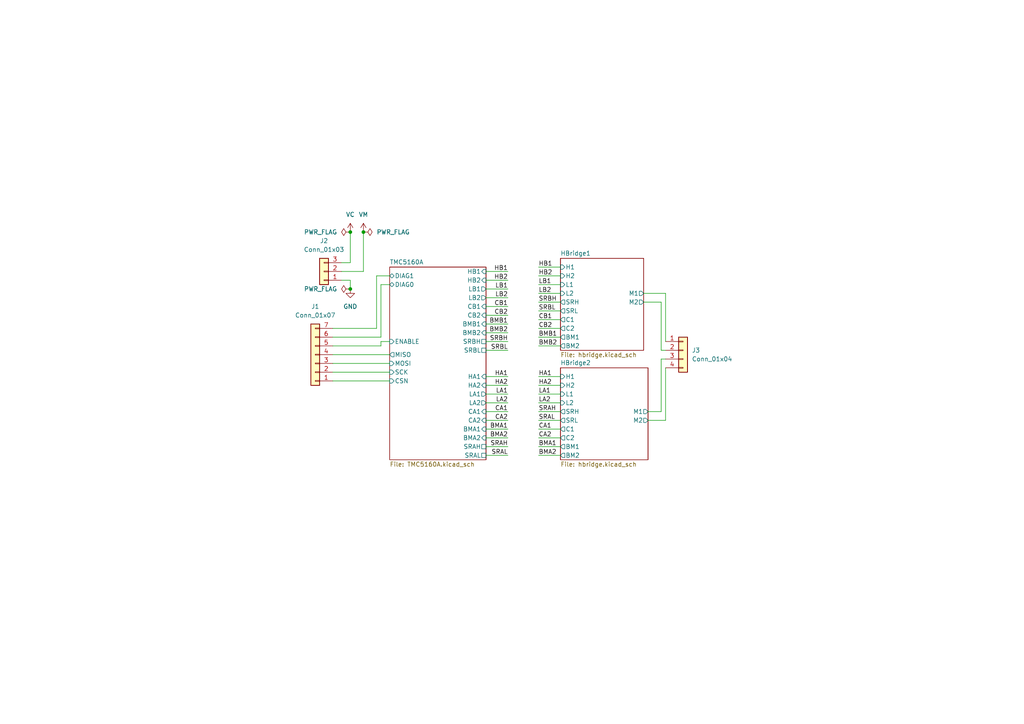
<source format=kicad_sch>
(kicad_sch (version 20231120) (generator "eeschema") (generator_version "8.0")
  (paper "A4")
  (lib_symbols
    (symbol "Connector_Generic:Conn_01x03" (pin_names (offset 1.016) hide)
      (property "Reference" "J" (at 0 5.08 0))
      (property "Value" "Conn_01x03" (at 0 -5.08 0))
      (symbol "Conn_01x03_1_1"
        (rectangle (start -1.27 -2.413) (end 0 -2.667) (stroke (width 0.1524)))
        (rectangle (start -1.27 0.127) (end 0 -0.127) (stroke (width 0.1524)))
        (rectangle (start -1.27 2.667) (end 0 2.413) (stroke (width 0.1524)))
        (rectangle (start -1.27 3.81) (end 1.27 -3.81) (stroke (width 0.254)) (fill (type background)))
        (pin passive line (at -5.08 2.54 0) (length 3.81) (name "Pin_1") (number "1"))
        (pin passive line (at -5.08 0 0) (length 3.81) (name "Pin_2") (number "2"))
        (pin passive line (at -5.08 -2.54 0) (length 3.81) (name "Pin_3") (number "3"))
      )
    )
    (symbol "Connector_Generic:Conn_01x04" (pin_names (offset 1.016) hide)
      (property "Reference" "J" (at 0 5.08 0))
      (property "Value" "Conn_01x04" (at 0 -7.62 0))
      (symbol "Conn_01x04_1_1"
        (rectangle (start -1.27 -4.953) (end 0 -5.207) (stroke (width 0.1524)))
        (rectangle (start -1.27 -2.413) (end 0 -2.667) (stroke (width 0.1524)))
        (rectangle (start -1.27 0.127) (end 0 -0.127) (stroke (width 0.1524)))
        (rectangle (start -1.27 2.667) (end 0 2.413) (stroke (width 0.1524)))
        (rectangle (start -1.27 3.81) (end 1.27 -6.35) (stroke (width 0.254)) (fill (type background)))
        (pin passive line (at -5.08 2.54 0) (length 3.81) (name "Pin_1") (number "1"))
        (pin passive line (at -5.08 0 0) (length 3.81) (name "Pin_2") (number "2"))
        (pin passive line (at -5.08 -2.54 0) (length 3.81) (name "Pin_3") (number "3"))
        (pin passive line (at -5.08 -5.08 0) (length 3.81) (name "Pin_4") (number "4"))
      )
    )
    (symbol "Connector_Generic:Conn_01x07" (pin_names (offset 1.016) hide)
      (property "Reference" "J" (at 0 10.16 0))
      (property "Value" "Conn_01x07" (at 0 -10.16 0))
      (symbol "Conn_01x07_1_1"
        (rectangle (start -1.27 -7.493) (end 0 -7.747) (stroke (width 0.1524)))
        (rectangle (start -1.27 -4.953) (end 0 -5.207) (stroke (width 0.1524)))
        (rectangle (start -1.27 -2.413) (end 0 -2.667) (stroke (width 0.1524)))
        (rectangle (start -1.27 0.127) (end 0 -0.127) (stroke (width 0.1524)))
        (rectangle (start -1.27 2.667) (end 0 2.413) (stroke (width 0.1524)))
        (rectangle (start -1.27 5.207) (end 0 4.953) (stroke (width 0.1524)))
        (rectangle (start -1.27 7.747) (end 0 7.493) (stroke (width 0.1524)))
        (rectangle (start -1.27 8.89) (end 1.27 -8.89) (stroke (width 0.254)) (fill (type background)))
        (pin passive line (at -5.08 7.62 0) (length 3.81) (name "Pin_1") (number "1"))
        (pin passive line (at -5.08 5.08 0) (length 3.81) (name "Pin_2") (number "2"))
        (pin passive line (at -5.08 2.54 0) (length 3.81) (name "Pin_3") (number "3"))
        (pin passive line (at -5.08 0 0) (length 3.81) (name "Pin_4") (number "4"))
        (pin passive line (at -5.08 -2.54 0) (length 3.81) (name "Pin_5") (number "5"))
        (pin passive line (at -5.08 -5.08 0) (length 3.81) (name "Pin_6") (number "6"))
        (pin passive line (at -5.08 -7.62 0) (length 3.81) (name "Pin_7") (number "7"))
      )
    )
    (symbol "power:GND" (power) (pin_numbers hide) (pin_names (offset 0) hide)
      (property "Value" "GND" (at 0 -3.81 0))
      (symbol "GND_0_1"
        (polyline (pts (xy 0 0) (xy 0 -1.27) (xy 1.27 -1.27) (xy 0 -2.54) (xy -1.27 -1.27) (xy 0 -1.27)))
      )
      (symbol "GND_1_1"
        (pin power_in line (at 0 0 270) (length 0) (name "~") (number "1"))
      )
    )
    (symbol "power:PWR_FLAG" (power) (pin_numbers hide) (pin_names (offset 0) hide)
      (property "Value" "PWR_FLAG" (at 0 3.81 0))
      (symbol "PWR_FLAG_0_0"
        (pin power_out line (at 0 0 90) (length 0) (name "~") (number "1"))
      )
      (symbol "PWR_FLAG_0_1"
        (polyline (pts (xy 0 0) (xy 0 1.27) (xy -1.016 1.905) (xy 0 2.54) (xy 1.016 1.905) (xy 0 1.27)))
      )
    )
    (symbol "power:VCC" (power) (pin_numbers hide) (pin_names (offset 0) hide)
      (property "Value" "VCC" (at 0 3.556 0))
      (symbol "VCC_0_1"
        (polyline (pts (xy -0.762 1.27) (xy 0 2.54)))
        (polyline (pts (xy 0 0) (xy 0 2.54)))
        (polyline (pts (xy 0 2.54) (xy 0.762 1.27)))
      )
      (symbol "VCC_1_1"
        (pin power_in line (at 0 0 90) (length 0) (name "~") (number "1"))
      )
    )
  )
  (junction (at 101.6 67.31))
  (junction (at 105.41 67.31))
  (junction (at 101.6 83.82))
  (wire (pts (xy 162.56 92.71) (xy 156.21 92.71)))
  (wire (pts (xy 147.32 116.84) (xy 140.97 116.84)))
  (wire (pts (xy 147.32 114.3) (xy 140.97 114.3)))
  (wire (pts (xy 101.6 81.28) (xy 99.06 81.28)))
  (wire (pts (xy 147.32 78.74) (xy 140.97 78.74)))
  (wire (pts (xy 156.21 119.38) (xy 162.56 119.38)))
  (wire (pts (xy 96.52 95.25) (xy 109.22 95.25)))
  (wire (pts (xy 156.21 95.25) (xy 162.56 95.25)))
  (wire (pts (xy 147.32 83.82) (xy 140.97 83.82)))
  (wire (pts (xy 191.77 104.14) (xy 193.04 104.14)))
  (wire (pts (xy 147.32 119.38) (xy 140.97 119.38)))
  (wire (pts (xy 147.32 121.92) (xy 140.97 121.92)))
  (wire (pts (xy 156.21 124.46) (xy 162.56 124.46)))
  (wire (pts (xy 191.77 87.63) (xy 191.77 101.6)))
  (wire (pts (xy 193.04 121.92) (xy 193.04 106.68)))
  (wire (pts (xy 156.21 80.01) (xy 162.56 80.01)))
  (wire (pts (xy 156.21 111.76) (xy 162.56 111.76)))
  (wire (pts (xy 156.21 129.54) (xy 162.56 129.54)))
  (wire (pts (xy 101.6 67.31) (xy 101.6 76.2)))
  (wire (pts (xy 156.21 90.17) (xy 162.56 90.17)))
  (wire (pts (xy 162.56 85.09) (xy 156.21 85.09)))
  (wire (pts (xy 156.21 114.3) (xy 162.56 114.3)))
  (wire (pts (xy 147.32 109.22) (xy 140.97 109.22)))
  (wire (pts (xy 162.56 82.55) (xy 156.21 82.55)))
  (wire (pts (xy 101.6 76.2) (xy 99.06 76.2)))
  (wire (pts (xy 147.32 86.36) (xy 140.97 86.36)))
  (wire (pts (xy 147.32 127) (xy 140.97 127)))
  (wire (pts (xy 156.21 97.79) (xy 162.56 97.79)))
  (wire (pts (xy 96.52 107.95) (xy 113.03 107.95)))
  (wire (pts (xy 96.52 102.87) (xy 113.03 102.87)))
  (wire (pts (xy 147.32 91.44) (xy 140.97 91.44)))
  (wire (pts (xy 156.21 109.22) (xy 162.56 109.22)))
  (wire (pts (xy 191.77 119.38) (xy 191.77 104.14)))
  (wire (pts (xy 147.32 101.6) (xy 140.97 101.6)))
  (wire (pts (xy 96.52 97.79) (xy 110.49 97.79)))
  (wire (pts (xy 110.49 97.79) (xy 110.49 82.55)))
  (wire (pts (xy 187.96 121.92) (xy 193.04 121.92)))
  (wire (pts (xy 147.32 99.06) (xy 140.97 99.06)))
  (wire (pts (xy 147.32 88.9) (xy 140.97 88.9)))
  (wire (pts (xy 110.49 100.33) (xy 110.49 99.06)))
  (wire (pts (xy 96.52 110.49) (xy 113.03 110.49)))
  (wire (pts (xy 109.22 80.01) (xy 113.03 80.01)))
  (wire (pts (xy 186.69 87.63) (xy 191.77 87.63)))
  (wire (pts (xy 99.06 78.74) (xy 105.41 78.74)))
  (wire (pts (xy 156.21 100.33) (xy 162.56 100.33)))
  (wire (pts (xy 110.49 99.06) (xy 113.03 99.06)))
  (wire (pts (xy 109.22 95.25) (xy 109.22 80.01)))
  (wire (pts (xy 156.21 77.47) (xy 162.56 77.47)))
  (wire (pts (xy 156.21 116.84) (xy 162.56 116.84)))
  (wire (pts (xy 156.21 132.08) (xy 162.56 132.08)))
  (wire (pts (xy 147.32 96.52) (xy 140.97 96.52)))
  (wire (pts (xy 187.96 119.38) (xy 191.77 119.38)))
  (wire (pts (xy 110.49 82.55) (xy 113.03 82.55)))
  (wire (pts (xy 101.6 83.82) (xy 101.6 81.28)))
  (wire (pts (xy 147.32 81.28) (xy 140.97 81.28)))
  (wire (pts (xy 96.52 100.33) (xy 110.49 100.33)))
  (wire (pts (xy 96.52 105.41) (xy 113.03 105.41)))
  (wire (pts (xy 147.32 129.54) (xy 140.97 129.54)))
  (wire (pts (xy 191.77 101.6) (xy 193.04 101.6)))
  (wire (pts (xy 156.21 87.63) (xy 162.56 87.63)))
  (wire (pts (xy 156.21 121.92) (xy 162.56 121.92)))
  (wire (pts (xy 186.69 85.09) (xy 193.04 85.09)))
  (wire (pts (xy 147.32 93.98) (xy 140.97 93.98)))
  (wire (pts (xy 147.32 111.76) (xy 140.97 111.76)))
  (wire (pts (xy 156.21 127) (xy 162.56 127)))
  (wire (pts (xy 193.04 85.09) (xy 193.04 99.06)))
  (wire (pts (xy 147.32 124.46) (xy 140.97 124.46)))
  (wire (pts (xy 147.32 132.08) (xy 140.97 132.08)))
  (wire (pts (xy 105.41 78.74) (xy 105.41 67.31)))
  (label "CB2" (at 147.32 91.44 180))
  (label "LA1" (at 156.21 114.3 0))
  (label "HB2" (at 147.32 81.28 180))
  (label "SRAH" (at 156.21 119.38 0))
  (label "BMB2" (at 156.21 100.33 0))
  (label "HB1" (at 147.32 78.74 180))
  (label "LA1" (at 147.32 114.3 180))
  (label "CA1" (at 156.21 124.46 0))
  (label "HA1" (at 147.32 109.22 180))
  (label "CB1" (at 147.32 88.9 180))
  (label "BMA1" (at 156.21 129.54 0))
  (label "HA1" (at 156.21 109.22 0))
  (label "CA1" (at 147.32 119.38 180))
  (label "HB2" (at 156.21 80.01 0))
  (label "SRBH" (at 147.32 99.06 180))
  (label "BMA2" (at 156.21 132.08 0))
  (label "LB2" (at 147.32 86.36 180))
  (label "BMB1" (at 156.21 97.79 0))
  (label "LB1" (at 156.21 82.55 0))
  (label "BMA2" (at 147.32 127 180))
  (label "SRBL" (at 156.21 90.17 0))
  (label "SRAH" (at 147.32 129.54 180))
  (label "BMA1" (at 147.32 124.46 180))
  (label "HA2" (at 147.32 111.76 180))
  (label "SRAL" (at 147.32 132.08 180))
  (label "CA2" (at 156.21 127 0))
  (label "BMB2" (at 147.32 96.52 180))
  (label "CB1" (at 156.21 92.71 0))
  (label "SRAL" (at 156.21 121.92 0))
  (label "CA2" (at 147.32 121.92 180))
  (label "SRBH" (at 156.21 87.63 0))
  (label "LB1" (at 147.32 83.82 180))
  (label "HB1" (at 156.21 77.47 0))
  (label "BMB1" (at 147.32 93.98 180))
  (label "LA2" (at 156.21 116.84 0))
  (label "LA2" (at 147.32 116.84 180))
  (label "LB2" (at 156.21 85.09 0))
  (label "HA2" (at 156.21 111.76 0))
  (label "CB2" (at 156.21 95.25 0))
  (label "SRBL" (at 147.32 101.6 180))
  (symbol (lib_id "power:VCC") (at 105.41 67.31 0) (unit 1)
    (property "Reference" "#PWR014" (effects (hide yes)))
    (property "Value" "VM" (at 105.41 62.23 0))
    (property "Description" "Power symbol creates a global label with name \"VCC\"" (effects (hide yes)))
  )
  (symbol (lib_id "power:PWR_FLAG") (at 101.6 83.82 90) (unit 1)
    (property "Reference" "#FLG03" (effects (hide yes)))
    (property "Value" "PWR_FLAG" (at 97.79 83.8199 90) (effects (justify left)))
    (property "Description" "Special symbol for telling ERC where power comes from" (effects (hide yes)))
  )
  (symbol (lib_id "power:PWR_FLAG") (at 101.6 67.31 90) (unit 1)
    (property "Reference" "#FLG01" (effects (hide yes)))
    (property "Value" "PWR_FLAG" (at 97.79 67.3099 90) (effects (justify left)))
    (property "Description" "Special symbol for telling ERC where power comes from" (effects (hide yes)))
  )
  (symbol (lib_id "power:PWR_FLAG") (at 105.41 67.31 270) (unit 1)
    (property "Reference" "#FLG02" (effects (hide yes)))
    (property "Value" "PWR_FLAG" (at 109.22 67.3099 90) (effects (justify left)))
    (property "Description" "Special symbol for telling ERC where power comes from" (effects (hide yes)))
  )
  (symbol (lib_id "power:GND") (at 101.6 83.82 0) (unit 1)
    (property "Reference" "#PWR016" (effects (hide yes)))
    (property "Value" "GND" (at 101.6 88.9 0))
    (property "Description" "Power symbol creates a global label with name \"GND\" , ground" (effects (hide yes)))
  )
  (symbol (lib_id "power:VCC") (at 101.6 67.31 0) (mirror y) (unit 1)
    (property "Reference" "#PWR015" (effects (hide yes)))
    (property "Value" "VC" (at 101.6 62.23 0))
    (property "Description" "Power symbol creates a global label with name \"VCC\"" (effects (hide yes)))
  )
  (symbol (lib_id "Connector_Generic:Conn_01x04") (at 198.12 101.6 0) (unit 1)
    (property "Reference" "J3" (at 200.66 101.5999 0) (effects (justify left)))
    (property "Value" "Conn_01x04" (at 200.66 104.1399 0) (effects (justify left)))
    (property "Footprint" "Connector_PinHeader_2.54mm:PinHeader_1x04_P2.54mm_Vertical" (effects (hide yes)))
    (property "Description" "Generic connector, single row, 01x04, script generated (kicad-library-utils/schlib/autogen/connector/)" (effects (hide yes)))
    (property "LCSC Part" "C7500810" (effects (hide yes)))
  )
  (symbol (lib_id "Connector_Generic:Conn_01x07") (at 91.44 102.87 180) (unit 1)
    (property "Reference" "J1" (at 91.44 88.9 0))
    (property "Value" "Conn_01x07" (at 91.44 91.44 0))
    (property "Footprint" "Connector_PinHeader_2.54mm:PinHeader_1x07_P2.54mm_Vertical" (effects (hide yes)))
    (property "Description" "Generic connector, single row, 01x07, script generated (kicad-library-utils/schlib/autogen/connector/)" (effects (hide yes)))
  )
  (symbol (lib_id "Connector_Generic:Conn_01x03") (at 93.98 78.74 180) (unit 1)
    (property "Reference" "J2" (at 93.98 69.85 0))
    (property "Value" "Conn_01x03" (at 93.98 72.39 0))
    (property "Footprint" "Connector_PinHeader_2.54mm:PinHeader_1x03_P2.54mm_Vertical" (effects (hide yes)))
    (property "Description" "Generic connector, single row, 01x03, script generated (kicad-library-utils/schlib/autogen/connector/)" (effects (hide yes)))
  )
  (sheet (at 162.56 106.68) (size 25.4 26.67) (stroke (width 0.1524))
    (property "Sheetname" "HBridge2" (at 162.56 105.9684 0) (effects (justify left bottom)))
    (property "Sheetfile" "hbridge.kicad_sch" (at 162.56 133.9346 0) (effects (justify left top)))
    (pin "C2" output (at 162.56 127 180))
    (pin "H2" input (at 162.56 111.76 180))
    (pin "L2" input (at 162.56 116.84 180))
    (pin "BM2" output (at 162.56 132.08 180))
    (pin "BM1" output (at 162.56 129.54 180))
    (pin "SRH" output (at 162.56 119.38 180))
    (pin "SRL" output (at 162.56 121.92 180))
    (pin "H1" input (at 162.56 109.22 180))
    (pin "C1" output (at 162.56 124.46 180))
    (pin "L1" input (at 162.56 114.3 180))
    (pin "M1" output (at 187.96 119.38 0))
    (pin "M2" output (at 187.96 121.92 0))
  )
  (sheet (at 162.56 74.93) (size 24.13 26.67) (stroke (width 0.1524))
    (property "Sheetname" "HBridge1" (at 162.56 74.2184 0) (effects (justify left bottom)))
    (property "Sheetfile" "hbridge.kicad_sch" (at 162.56 102.1846 0) (effects (justify left top)))
    (pin "C2" output (at 162.56 95.25 180))
    (pin "H2" input (at 162.56 80.01 180))
    (pin "L2" input (at 162.56 85.09 180))
    (pin "BM2" output (at 162.56 100.33 180))
    (pin "BM1" output (at 162.56 97.79 180))
    (pin "SRH" output (at 162.56 87.63 180))
    (pin "SRL" output (at 162.56 90.17 180))
    (pin "H1" input (at 162.56 77.47 180))
    (pin "C1" output (at 162.56 92.71 180))
    (pin "L1" input (at 162.56 82.55 180))
    (pin "M1" output (at 186.69 85.09 0))
    (pin "M2" output (at 186.69 87.63 0))
  )
  (sheet (at 113.03 77.47) (size 27.94 55.88) (stroke (width 0.1524))
    (property "Sheetname" "TMC5160A" (at 113.03 76.7584 0) (effects (justify left bottom)))
    (property "Sheetfile" "TMC5160A.kicad_sch" (at 113.03 133.9346 0) (effects (justify left top)))
    (pin "CSN" input (at 113.03 110.49 180))
    (pin "MISO" output (at 113.03 102.87 180))
    (pin "MOSI" input (at 113.03 105.41 180))
    (pin "SCK" input (at 113.03 107.95 180))
    (pin "SRBL" passive (at 140.97 101.6 0))
    (pin "SRAL" passive (at 140.97 132.08 0))
    (pin "SRBH" passive (at 140.97 99.06 0))
    (pin "SRAH" passive (at 140.97 129.54 0))
    (pin "HB1" input (at 140.97 78.74 0))
    (pin "CB1" input (at 140.97 88.9 0))
    (pin "DIAG0" bidirectional (at 113.03 82.55 180))
    (pin "DIAG1" bidirectional (at 113.03 80.01 180))
    (pin "ENABLE" input (at 113.03 99.06 180))
    (pin "LB2" output (at 140.97 86.36 0))
    (pin "BMB1" input (at 140.97 93.98 0))
    (pin "BMB2" input (at 140.97 96.52 0))
    (pin "LB1" output (at 140.97 83.82 0))
    (pin "BMA1" input (at 140.97 124.46 0))
    (pin "LA1" output (at 140.97 114.3 0))
    (pin "CA1" input (at 140.97 119.38 0))
    (pin "HA1" input (at 140.97 109.22 0))
    (pin "LA2" output (at 140.97 116.84 0))
    (pin "CA2" input (at 140.97 121.92 0))
    (pin "HA2" input (at 140.97 111.76 0))
    (pin "BMA2" input (at 140.97 127 0))
    (pin "CB2" input (at 140.97 91.44 0))
    (pin "HB2" input (at 140.97 81.28 0))
  )
)
</source>
